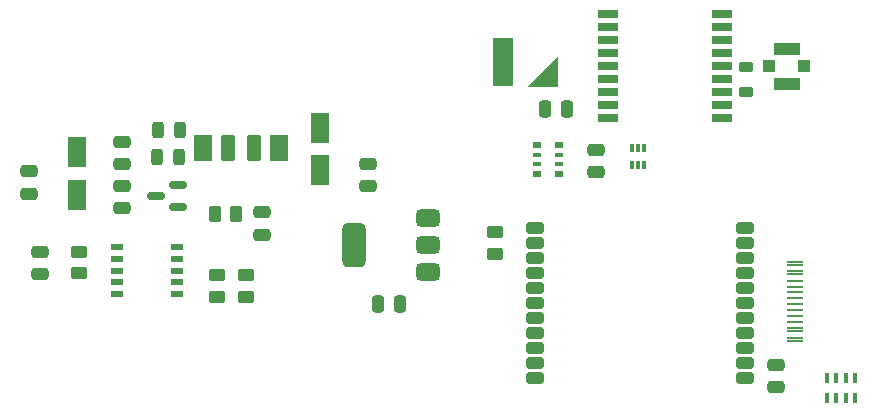
<source format=gbr>
%TF.GenerationSoftware,KiCad,Pcbnew,8.0.0*%
%TF.CreationDate,2024-06-13T14:54:28-05:00*%
%TF.ProjectId,SolarCheap,536f6c61-7243-4686-9561-702e6b696361,rev?*%
%TF.SameCoordinates,Original*%
%TF.FileFunction,Paste,Top*%
%TF.FilePolarity,Positive*%
%FSLAX46Y46*%
G04 Gerber Fmt 4.6, Leading zero omitted, Abs format (unit mm)*
G04 Created by KiCad (PCBNEW 8.0.0) date 2024-06-13 14:54:28*
%MOMM*%
%LPD*%
G01*
G04 APERTURE LIST*
G04 Aperture macros list*
%AMRoundRect*
0 Rectangle with rounded corners*
0 $1 Rounding radius*
0 $2 $3 $4 $5 $6 $7 $8 $9 X,Y pos of 4 corners*
0 Add a 4 corners polygon primitive as box body*
4,1,4,$2,$3,$4,$5,$6,$7,$8,$9,$2,$3,0*
0 Add four circle primitives for the rounded corners*
1,1,$1+$1,$2,$3*
1,1,$1+$1,$4,$5*
1,1,$1+$1,$6,$7*
1,1,$1+$1,$8,$9*
0 Add four rect primitives between the rounded corners*
20,1,$1+$1,$2,$3,$4,$5,0*
20,1,$1+$1,$4,$5,$6,$7,0*
20,1,$1+$1,$6,$7,$8,$9,0*
20,1,$1+$1,$8,$9,$2,$3,0*%
G04 Aperture macros list end*
%ADD10C,0.000100*%
%ADD11RoundRect,0.375000X0.625000X0.375000X-0.625000X0.375000X-0.625000X-0.375000X0.625000X-0.375000X0*%
%ADD12RoundRect,0.500000X0.500000X1.400000X-0.500000X1.400000X-0.500000X-1.400000X0.500000X-1.400000X0*%
%ADD13RoundRect,0.250000X0.475000X-0.250000X0.475000X0.250000X-0.475000X0.250000X-0.475000X-0.250000X0*%
%ADD14RoundRect,0.250000X0.450000X-0.262500X0.450000X0.262500X-0.450000X0.262500X-0.450000X-0.262500X0*%
%ADD15RoundRect,0.218750X0.381250X-0.218750X0.381250X0.218750X-0.381250X0.218750X-0.381250X-0.218750X0*%
%ADD16RoundRect,0.250000X0.550000X-1.050000X0.550000X1.050000X-0.550000X1.050000X-0.550000X-1.050000X0*%
%ADD17RoundRect,0.250000X-0.375000X-0.850000X0.375000X-0.850000X0.375000X0.850000X-0.375000X0.850000X0*%
%ADD18R,1.400000X0.250000*%
%ADD19R,1.000000X1.000000*%
%ADD20R,2.200000X1.050000*%
%ADD21RoundRect,0.250000X-0.250000X-0.475000X0.250000X-0.475000X0.250000X0.475000X-0.250000X0.475000X0*%
%ADD22RoundRect,0.250000X-0.475000X0.250000X-0.475000X-0.250000X0.475000X-0.250000X0.475000X0.250000X0*%
%ADD23RoundRect,0.250000X0.500000X-0.250000X0.500000X0.250000X-0.500000X0.250000X-0.500000X-0.250000X0*%
%ADD24RoundRect,0.085000X0.085000X-0.265000X0.085000X0.265000X-0.085000X0.265000X-0.085000X-0.265000X0*%
%ADD25R,1.100000X0.510000*%
%ADD26RoundRect,0.243750X0.243750X0.456250X-0.243750X0.456250X-0.243750X-0.456250X0.243750X-0.456250X0*%
%ADD27R,1.700000X4.100000*%
%ADD28R,0.800000X0.500000*%
%ADD29R,0.800000X0.400000*%
%ADD30RoundRect,0.250000X-0.450000X0.262500X-0.450000X-0.262500X0.450000X-0.262500X0.450000X0.262500X0*%
%ADD31R,1.800000X0.800000*%
%ADD32R,1.500000X2.200000*%
%ADD33RoundRect,0.150000X0.587500X0.150000X-0.587500X0.150000X-0.587500X-0.150000X0.587500X-0.150000X0*%
%ADD34RoundRect,0.250000X-0.262500X-0.450000X0.262500X-0.450000X0.262500X0.450000X-0.262500X0.450000X0*%
%ADD35R,0.400000X0.900000*%
G04 APERTURE END LIST*
D10*
%TO.C,BT2*%
X166350000Y-118250000D02*
X163950000Y-118250000D01*
X166350000Y-115850000D01*
X166350000Y-118250000D01*
G36*
X166350000Y-118250000D02*
G01*
X163950000Y-118250000D01*
X166350000Y-115850000D01*
X166350000Y-118250000D01*
G37*
%TD*%
D11*
%TO.C,U3*%
X155450000Y-134025000D03*
X155450000Y-131725000D03*
D12*
X149150000Y-131725000D03*
D11*
X155450000Y-129425000D03*
%TD*%
D13*
%TO.C,C11*%
X129500000Y-124900000D03*
X129500000Y-123000000D03*
%TD*%
D14*
%TO.C,R2*%
X140000000Y-136112500D03*
X140000000Y-134287500D03*
%TD*%
D15*
%TO.C,L2*%
X182400000Y-118762500D03*
X182400000Y-116637500D03*
%TD*%
D16*
%TO.C,C10*%
X125700000Y-127500000D03*
X125700000Y-123900000D03*
%TD*%
D17*
%TO.C,L3*%
X138525000Y-123500000D03*
X140675000Y-123500000D03*
%TD*%
D18*
%TO.C,J3*%
X186475000Y-139825000D03*
X186475000Y-139025000D03*
X186475000Y-137750000D03*
X186475000Y-136750000D03*
X186475000Y-136250000D03*
X186475000Y-138250000D03*
X186475000Y-133975000D03*
X186475000Y-133175000D03*
X186475000Y-133425000D03*
X186475000Y-134225000D03*
X186475000Y-134750000D03*
X186475000Y-135750000D03*
X186475000Y-137250000D03*
X186475000Y-135250000D03*
X186475000Y-138775000D03*
X186475000Y-139575000D03*
%TD*%
D19*
%TO.C,AE1*%
X184300000Y-116600000D03*
D20*
X185800000Y-115125000D03*
D19*
X187300000Y-116600000D03*
D20*
X185800000Y-118075000D03*
%TD*%
D21*
%TO.C,C9*%
X165350000Y-120200000D03*
X167250000Y-120200000D03*
%TD*%
D22*
%TO.C,C5*%
X184900000Y-141875000D03*
X184900000Y-143775000D03*
%TD*%
D13*
%TO.C,C1*%
X121700000Y-127400000D03*
X121700000Y-125500000D03*
%TD*%
D23*
%TO.C,U2*%
X164520000Y-143015000D03*
X164520000Y-141745000D03*
X164520000Y-140475000D03*
X164520000Y-139205000D03*
X164520000Y-137935000D03*
X164520000Y-136665000D03*
X164520000Y-135395000D03*
X164520000Y-134125000D03*
X164520000Y-132855000D03*
X164520000Y-131585000D03*
X164520000Y-130315000D03*
X182300000Y-143015000D03*
X182300000Y-141745000D03*
X182300000Y-140475000D03*
X182300000Y-139205000D03*
X182300000Y-137935000D03*
X182300000Y-136665000D03*
X182300000Y-135395000D03*
X182300000Y-134125000D03*
X182300000Y-132855000D03*
X182300000Y-131585000D03*
X182300000Y-130315000D03*
%TD*%
D14*
%TO.C,R5*%
X161100000Y-132500000D03*
X161100000Y-130675000D03*
%TD*%
D13*
%TO.C,C8*%
X169700000Y-125550000D03*
X169700000Y-123650000D03*
%TD*%
D24*
%TO.C,U4*%
X172700000Y-125000000D03*
X173200000Y-125000000D03*
X173700000Y-125000000D03*
X173700000Y-123500000D03*
X173200000Y-123500000D03*
X172700000Y-123500000D03*
%TD*%
D25*
%TO.C,U1*%
X129100000Y-131900000D03*
X129100000Y-132900000D03*
X129100000Y-133900000D03*
X129100000Y-134900000D03*
X129100000Y-135900000D03*
X134200000Y-135900000D03*
X134200000Y-134900000D03*
X134200000Y-133900000D03*
X134200000Y-132900000D03*
X134200000Y-131900000D03*
%TD*%
D26*
%TO.C,D1*%
X134337500Y-124300000D03*
X132462500Y-124300000D03*
%TD*%
D27*
%TO.C,BT2*%
X161800000Y-116200000D03*
%TD*%
D21*
%TO.C,C7*%
X151200000Y-136700000D03*
X153100000Y-136700000D03*
%TD*%
D28*
%TO.C,RN1*%
X164700000Y-123300000D03*
D29*
X164700000Y-124100000D03*
X164700000Y-124900000D03*
D28*
X164700000Y-125700000D03*
X166500000Y-125700000D03*
D29*
X166500000Y-124900000D03*
X166500000Y-124100000D03*
D28*
X166500000Y-123300000D03*
%TD*%
D30*
%TO.C,R1*%
X137600000Y-134275000D03*
X137600000Y-136100000D03*
%TD*%
D31*
%TO.C,U5*%
X170650000Y-112187500D03*
X170650000Y-113287500D03*
X170650000Y-114387500D03*
X170650000Y-115487500D03*
X170650000Y-116587500D03*
X170650000Y-117687500D03*
X170650000Y-118787500D03*
X170650000Y-119887500D03*
X170650000Y-120987500D03*
X180350000Y-120987500D03*
X180350000Y-119887500D03*
X180350000Y-118787500D03*
X180350000Y-117687500D03*
X180350000Y-116587500D03*
X180350000Y-115487500D03*
X180350000Y-114387500D03*
X180350000Y-113287500D03*
X180350000Y-112187500D03*
%TD*%
D13*
%TO.C,C6*%
X150400000Y-126750000D03*
X150400000Y-124850000D03*
%TD*%
D32*
%TO.C,L1*%
X136400000Y-123500000D03*
X142800000Y-123500000D03*
%TD*%
D33*
%TO.C,Q2*%
X134275000Y-128550000D03*
X134275000Y-126650000D03*
X132400000Y-127600000D03*
%TD*%
D26*
%TO.C,D2*%
X134417500Y-121957500D03*
X132542500Y-121957500D03*
%TD*%
D22*
%TO.C,C4*%
X141400000Y-128950000D03*
X141400000Y-130850000D03*
%TD*%
D14*
%TO.C,R3*%
X125887500Y-134112500D03*
X125887500Y-132287500D03*
%TD*%
D16*
%TO.C,C12*%
X146300000Y-125400000D03*
X146300000Y-121800000D03*
%TD*%
D34*
%TO.C,R4*%
X137387500Y-129100000D03*
X139212500Y-129100000D03*
%TD*%
D22*
%TO.C,C2*%
X129500000Y-126700000D03*
X129500000Y-128600000D03*
%TD*%
D35*
%TO.C,RN2*%
X191590000Y-142975000D03*
X190790000Y-142975000D03*
X189990000Y-142975000D03*
X189190000Y-142975000D03*
X189190000Y-144675000D03*
X189990000Y-144675000D03*
X190790000Y-144675000D03*
X191590000Y-144675000D03*
%TD*%
D22*
%TO.C,C3*%
X122600000Y-132300000D03*
X122600000Y-134200000D03*
%TD*%
M02*

</source>
